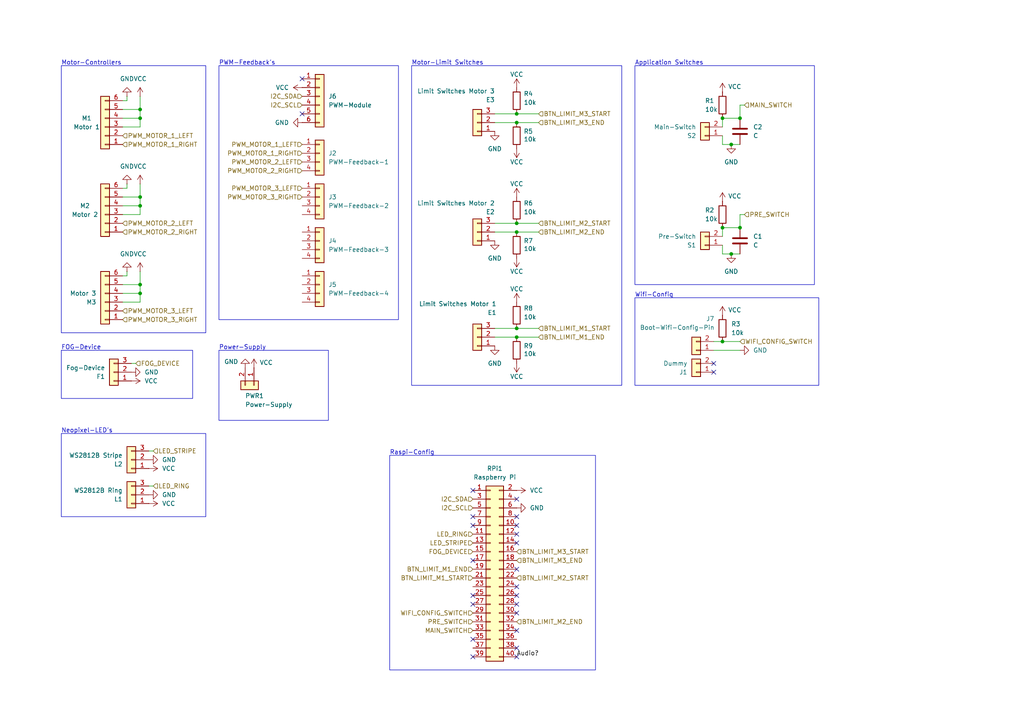
<source format=kicad_sch>
(kicad_sch (version 20250114) (generator "eeschema") (generator_version "9.0")
  (paper "A4")
  (lib_symbols
    (symbol "Connector_Generic:Conn_01x02" (pin_names (offset 1.016) (hide yes))
      (property "Reference" "J" (at 0 2.54 0))
      (property "Value" "Conn_01x02" (at 0 -5.08 0))
      (symbol "Conn_01x02_1_1"
        (rectangle (start -1.27 1.27) (end 1.27 -3.81) (stroke (width 0.254)) (fill (type background)))
        (rectangle (start -1.27 0.127) (end 0 -0.127) (stroke (width 0.1524)))
        (rectangle (start -1.27 -2.413) (end 0 -2.667) (stroke (width 0.1524)))
        (pin passive line (at -5.08 0 0) (length 3.81) (name "Pin_1") (number "1"))
        (pin passive line (at -5.08 -2.54 0) (length 3.81) (name "Pin_2") (number "2"))
      )
    )
    (symbol "Connector_Generic:Conn_01x03" (pin_names (offset 1.016) (hide yes))
      (property "Reference" "J" (at 0 5.08 0))
      (property "Value" "Conn_01x03" (at 0 -5.08 0))
      (symbol "Conn_01x03_1_1"
        (rectangle (start -1.27 3.81) (end 1.27 -3.81) (stroke (width 0.254)) (fill (type background)))
        (rectangle (start -1.27 2.667) (end 0 2.413) (stroke (width 0.1524)))
        (rectangle (start -1.27 0.127) (end 0 -0.127) (stroke (width 0.1524)))
        (rectangle (start -1.27 -2.413) (end 0 -2.667) (stroke (width 0.1524)))
        (pin passive line (at -5.08 2.54 0) (length 3.81) (name "Pin_1") (number "1"))
        (pin passive line (at -5.08 0 0) (length 3.81) (name "Pin_2") (number "2"))
        (pin passive line (at -5.08 -2.54 0) (length 3.81) (name "Pin_3") (number "3"))
      )
    )
    (symbol "Connector_Generic:Conn_01x04" (pin_names (offset 1.016) (hide yes))
      (property "Reference" "J" (at 0 5.08 0))
      (property "Value" "Conn_01x04" (at 0 -7.62 0))
      (symbol "Conn_01x04_1_1"
        (rectangle (start -1.27 3.81) (end 1.27 -6.35) (stroke (width 0.254)) (fill (type background)))
        (rectangle (start -1.27 2.667) (end 0 2.413) (stroke (width 0.1524)))
        (rectangle (start -1.27 0.127) (end 0 -0.127) (stroke (width 0.1524)))
        (rectangle (start -1.27 -2.413) (end 0 -2.667) (stroke (width 0.1524)))
        (rectangle (start -1.27 -4.953) (end 0 -5.207) (stroke (width 0.1524)))
        (pin passive line (at -5.08 2.54 0) (length 3.81) (name "Pin_1") (number "1"))
        (pin passive line (at -5.08 0 0) (length 3.81) (name "Pin_2") (number "2"))
        (pin passive line (at -5.08 -2.54 0) (length 3.81) (name "Pin_3") (number "3"))
        (pin passive line (at -5.08 -5.08 0) (length 3.81) (name "Pin_4") (number "4"))
      )
    )
    (symbol "Connector_Generic:Conn_01x06" (pin_names (offset 1.016) (hide yes))
      (property "Reference" "J" (at 0 7.62 0))
      (property "Value" "Conn_01x06" (at 0 -10.16 0))
      (symbol "Conn_01x06_1_1"
        (rectangle (start -1.27 6.35) (end 1.27 -8.89) (stroke (width 0.254)) (fill (type background)))
        (rectangle (start -1.27 5.207) (end 0 4.953) (stroke (width 0.1524)))
        (rectangle (start -1.27 2.667) (end 0 2.413) (stroke (width 0.1524)))
        (rectangle (start -1.27 0.127) (end 0 -0.127) (stroke (width 0.1524)))
        (rectangle (start -1.27 -2.413) (end 0 -2.667) (stroke (width 0.1524)))
        (rectangle (start -1.27 -4.953) (end 0 -5.207) (stroke (width 0.1524)))
        (rectangle (start -1.27 -7.493) (end 0 -7.747) (stroke (width 0.1524)))
        (pin passive line (at -5.08 5.08 0) (length 3.81) (name "Pin_1") (number "1"))
        (pin passive line (at -5.08 2.54 0) (length 3.81) (name "Pin_2") (number "2"))
        (pin passive line (at -5.08 0 0) (length 3.81) (name "Pin_3") (number "3"))
        (pin passive line (at -5.08 -2.54 0) (length 3.81) (name "Pin_4") (number "4"))
        (pin passive line (at -5.08 -5.08 0) (length 3.81) (name "Pin_5") (number "5"))
        (pin passive line (at -5.08 -7.62 0) (length 3.81) (name "Pin_6") (number "6"))
      )
    )
    (symbol "Connector_Generic:Conn_02x20_Odd_Even" (pin_names (offset 1.016) (hide yes))
      (property "Reference" "J" (at 1.27 25.4 0))
      (property "Value" "Conn_02x20_Odd_Even" (at 1.27 -27.94 0))
      (symbol "Conn_02x20_Odd_Even_1_1"
        (rectangle (start -1.27 24.13) (end 3.81 -26.67) (stroke (width 0.254)) (fill (type background)))
        (rectangle (start -1.27 22.987) (end 0 22.733) (stroke (width 0.1524)))
        (rectangle (start -1.27 20.447) (end 0 20.193) (stroke (width 0.1524)))
        (rectangle (start -1.27 17.907) (end 0 17.653) (stroke (width 0.1524)))
        (rectangle (start -1.27 15.367) (end 0 15.113) (stroke (width 0.1524)))
        (rectangle (start -1.27 12.827) (end 0 12.573) (stroke (width 0.1524)))
        (rectangle (start -1.27 10.287) (end 0 10.033) (stroke (width 0.1524)))
        (rectangle (start -1.27 7.747) (end 0 7.493) (stroke (width 0.1524)))
        (rectangle (start -1.27 5.207) (end 0 4.953) (stroke (width 0.1524)))
        (rectangle (start -1.27 2.667) (end 0 2.413) (stroke (width 0.1524)))
        (rectangle (start -1.27 0.127) (end 0 -0.127) (stroke (width 0.1524)))
        (rectangle (start -1.27 -2.413) (end 0 -2.667) (stroke (width 0.1524)))
        (rectangle (start -1.27 -4.953) (end 0 -5.207) (stroke (width 0.1524)))
        (rectangle (start -1.27 -7.493) (end 0 -7.747) (stroke (width 0.1524)))
        (rectangle (start -1.27 -10.033) (end 0 -10.287) (stroke (width 0.1524)))
        (rectangle (start -1.27 -12.573) (end 0 -12.827) (stroke (width 0.1524)))
        (rectangle (start -1.27 -15.113) (end 0 -15.367) (stroke (width 0.1524)))
        (rectangle (start -1.27 -17.653) (end 0 -17.907) (stroke (width 0.1524)))
        (rectangle (start -1.27 -20.193) (end 0 -20.447) (stroke (width 0.1524)))
        (rectangle (start -1.27 -22.733) (end 0 -22.987) (stroke (width 0.1524)))
        (rectangle (start -1.27 -25.273) (end 0 -25.527) (stroke (width 0.1524)))
        (rectangle (start 3.81 22.987) (end 2.54 22.733) (stroke (width 0.1524)))
        (rectangle (start 3.81 20.447) (end 2.54 20.193) (stroke (width 0.1524)))
        (rectangle (start 3.81 17.907) (end 2.54 17.653) (stroke (width 0.1524)))
        (rectangle (start 3.81 15.367) (end 2.54 15.113) (stroke (width 0.1524)))
        (rectangle (start 3.81 12.827) (end 2.54 12.573) (stroke (width 0.1524)))
        (rectangle (start 3.81 10.287) (end 2.54 10.033) (stroke (width 0.1524)))
        (rectangle (start 3.81 7.747) (end 2.54 7.493) (stroke (width 0.1524)))
        (rectangle (start 3.81 5.207) (end 2.54 4.953) (stroke (width 0.1524)))
        (rectangle (start 3.81 2.667) (end 2.54 2.413) (stroke (width 0.1524)))
        (rectangle (start 3.81 0.127) (end 2.54 -0.127) (stroke (width 0.1524)))
        (rectangle (start 3.81 -2.413) (end 2.54 -2.667) (stroke (width 0.1524)))
        (rectangle (start 3.81 -4.953) (end 2.54 -5.207) (stroke (width 0.1524)))
        (rectangle (start 3.81 -7.493) (end 2.54 -7.747) (stroke (width 0.1524)))
        (rectangle (start 3.81 -10.033) (end 2.54 -10.287) (stroke (width 0.1524)))
        (rectangle (start 3.81 -12.573) (end 2.54 -12.827) (stroke (width 0.1524)))
        (rectangle (start 3.81 -15.113) (end 2.54 -15.367) (stroke (width 0.1524)))
        (rectangle (start 3.81 -17.653) (end 2.54 -17.907) (stroke (width 0.1524)))
        (rectangle (start 3.81 -20.193) (end 2.54 -20.447) (stroke (width 0.1524)))
        (rectangle (start 3.81 -22.733) (end 2.54 -22.987) (stroke (width 0.1524)))
        (rectangle (start 3.81 -25.273) (end 2.54 -25.527) (stroke (width 0.1524)))
        (pin passive line (at -5.08 22.86 0) (length 3.81) (name "Pin_1") (number "1"))
        (pin passive line (at -5.08 20.32 0) (length 3.81) (name "Pin_3") (number "3"))
        (pin passive line (at -5.08 17.78 0) (length 3.81) (name "Pin_5") (number "5"))
        (pin passive line (at -5.08 15.24 0) (length 3.81) (name "Pin_7") (number "7"))
        (pin passive line (at -5.08 12.7 0) (length 3.81) (name "Pin_9") (number "9"))
        (pin passive line (at -5.08 10.16 0) (length 3.81) (name "Pin_11") (number "11"))
        (pin passive line (at -5.08 7.62 0) (length 3.81) (name "Pin_13") (number "13"))
        (pin passive line (at -5.08 5.08 0) (length 3.81) (name "Pin_15") (number "15"))
        (pin passive line (at -5.08 2.54 0) (length 3.81) (name "Pin_17") (number "17"))
        (pin passive line (at -5.08 0 0) (length 3.81) (name "Pin_19") (number "19"))
        (pin passive line (at -5.08 -2.54 0) (length 3.81) (name "Pin_21") (number "21"))
        (pin passive line (at -5.08 -5.08 0) (length 3.81) (name "Pin_23") (number "23"))
        (pin passive line (at -5.08 -7.62 0) (length 3.81) (name "Pin_25") (number "25"))
        (pin passive line (at -5.08 -10.16 0) (length 3.81) (name "Pin_27") (number "27"))
        (pin passive line (at -5.08 -12.7 0) (length 3.81) (name "Pin_29") (number "29"))
        (pin passive line (at -5.08 -15.24 0) (length 3.81) (name "Pin_31") (number "31"))
        (pin passive line (at -5.08 -17.78 0) (length 3.81) (name "Pin_33") (number "33"))
        (pin passive line (at -5.08 -20.32 0) (length 3.81) (name "Pin_35") (number "35"))
        (pin passive line (at -5.08 -22.86 0) (length 3.81) (name "Pin_37") (number "37"))
        (pin passive line (at -5.08 -25.4 0) (length 3.81) (name "Pin_39") (number "39"))
        (pin passive line (at 7.62 22.86 180) (length 3.81) (name "Pin_2") (number "2"))
        (pin passive line (at 7.62 20.32 180) (length 3.81) (name "Pin_4") (number "4"))
        (pin passive line (at 7.62 17.78 180) (length 3.81) (name "Pin_6") (number "6"))
        (pin passive line (at 7.62 15.24 180) (length 3.81) (name "Pin_8") (number "8"))
        (pin passive line (at 7.62 12.7 180) (length 3.81) (name "Pin_10") (number "10"))
        (pin passive line (at 7.62 10.16 180) (length 3.81) (name "Pin_12") (number "12"))
        (pin passive line (at 7.62 7.62 180) (length 3.81) (name "Pin_14") (number "14"))
        (pin passive line (at 7.62 5.08 180) (length 3.81) (name "Pin_16") (number "16"))
        (pin passive line (at 7.62 2.54 180) (length 3.81) (name "Pin_18") (number "18"))
        (pin passive line (at 7.62 0 180) (length 3.81) (name "Pin_20") (number "20"))
        (pin passive line (at 7.62 -2.54 180) (length 3.81) (name "Pin_22") (number "22"))
        (pin passive line (at 7.62 -5.08 180) (length 3.81) (name "Pin_24") (number "24"))
        (pin passive line (at 7.62 -7.62 180) (length 3.81) (name "Pin_26") (number "26"))
        (pin passive line (at 7.62 -10.16 180) (length 3.81) (name "Pin_28") (number "28"))
        (pin passive line (at 7.62 -12.7 180) (length 3.81) (name "Pin_30") (number "30"))
        (pin passive line (at 7.62 -15.24 180) (length 3.81) (name "Pin_32") (number "32"))
        (pin passive line (at 7.62 -17.78 180) (length 3.81) (name "Pin_34") (number "34"))
        (pin passive line (at 7.62 -20.32 180) (length 3.81) (name "Pin_36") (number "36"))
        (pin passive line (at 7.62 -22.86 180) (length 3.81) (name "Pin_38") (number "38"))
        (pin passive line (at 7.62 -25.4 180) (length 3.81) (name "Pin_40") (number "40"))
      )
    )
    (symbol "Device:C" (pin_numbers (hide yes)) (pin_names (offset 0.254))
      (property "Reference" "C" (at 0.635 2.54 0))
      (property "Value" "C" (at 0.635 -2.54 0))
      (symbol "C_0_1"
        (polyline (pts (xy -2.032 0.762) (xy 2.032 0.762)) (stroke (width 0.508)))
        (polyline (pts (xy -2.032 -0.762) (xy 2.032 -0.762)) (stroke (width 0.508)))
      )
      (symbol "C_1_1"
        (pin passive line (at 0 3.81 270) (length 2.794) (name "~") (number "1"))
        (pin passive line (at 0 -3.81 90) (length 2.794) (name "~") (number "2"))
      )
    )
    (symbol "Device:R" (pin_numbers (hide yes)) (pin_names (offset 0))
      (property "Reference" "R" (at 2.032 0 90))
      (property "Value" "R" (at 0 0 90))
      (symbol "R_0_1"
        (rectangle (start -1.016 -2.54) (end 1.016 2.54) (stroke (width 0.254)))
      )
      (symbol "R_1_1"
        (pin passive line (at 0 3.81 270) (length 1.27) (name "~") (number "1"))
        (pin passive line (at 0 -3.81 90) (length 1.27) (name "~") (number "2"))
      )
    )
    (symbol "power:GND" (power) (pin_numbers (hide yes)) (pin_names (offset 0) (hide yes))
      (property "Value" "GND" (at 0 -3.81 0))
      (symbol "GND_0_1"
        (polyline (pts (xy 0 0) (xy 0 -1.27) (xy 1.27 -1.27) (xy 0 -2.54) (xy -1.27 -1.27) (xy 0 -1.27)))
      )
      (symbol "GND_1_1"
        (pin power_in line (at 0 0 270) (length 0) (name "~") (number "1"))
      )
    )
    (symbol "power:VCC" (power) (pin_numbers (hide yes)) (pin_names (offset 0) (hide yes))
      (property "Value" "VCC" (at 0 3.556 0))
      (symbol "VCC_0_1"
        (polyline (pts (xy -0.762 1.27) (xy 0 2.54)))
        (polyline (pts (xy 0 2.54) (xy 0.762 1.27)))
        (polyline (pts (xy 0 0) (xy 0 2.54)))
      )
      (symbol "VCC_1_1"
        (pin power_in line (at 0 0 90) (length 0) (name "~") (number "1"))
      )
    )
  )
  (rectangle (start 17.78 101.6) (end 55.88 115.57))
  (rectangle (start 184.15 19.05) (end 236.22 82.55))
  (rectangle (start 184.15 86.36) (end 237.49 111.76))
  (rectangle (start 17.78 19.05) (end 59.69 96.52))
  (rectangle (start 113.03 132.08) (end 172.72 194.31))
  (rectangle (start 17.78 125.73) (end 59.69 149.86))
  (rectangle (start 63.5 19.05) (end 115.57 92.71))
  (rectangle (start 63.5 101.6) (end 95.25 121.92))
  (rectangle (start 119.38 19.05) (end 180.34 111.76))
  (text "Neopixel-LED's" (at 17.78 125.73 0) (effects (font (size 1.27 1.27)) (justify left bottom)))
  (text "FOG-Device" (at 17.78 101.6 0) (effects (font (size 1.27 1.27)) (justify left bottom)))
  (text "Power-Supply" (at 63.5 101.6 0) (effects (font (size 1.27 1.27)) (justify left bottom)))
  (text "Motor-Limit Switches" (at 119.38 19.05 0) (effects (font (size 1.27 1.27)) (justify left bottom)))
  (text "Raspi-Config" (at 113.03 132.08 0) (effects (font (size 1.27 1.27)) (justify left bottom)))
  (text "PWM-Feedback's" (at 63.5 19.05 0) (effects (font (size 1.27 1.27)) (justify left bottom)))
  (text "Motor-Controllers" (at 17.78 19.05 0) (effects (font (size 1.27 1.27)) (justify left bottom)))
  (text "Wifi-Config" (at 184.15 86.36 0) (effects (font (size 1.27 1.27)) (justify left bottom)))
  (text "Application Switches" (at 184.15 19.05 0) (effects (font (size 1.27 1.27)) (justify left bottom)))
  (junction (at 214.63 34.29))
  (junction (at 209.55 99.06))
  (junction (at 149.86 97.79))
  (junction (at 209.55 34.29))
  (junction (at 40.64 82.55))
  (junction (at 149.86 35.56))
  (junction (at 149.86 64.77))
  (junction (at 212.09 73.66))
  (junction (at 40.64 57.15))
  (junction (at 40.64 59.69))
  (junction (at 149.86 67.31))
  (junction (at 214.63 66.04))
  (junction (at 149.86 33.02))
  (junction (at 209.55 66.04))
  (junction (at 212.09 41.91))
  (junction (at 149.86 95.25))
  (junction (at 40.64 31.75))
  (junction (at 40.64 34.29))
  (junction (at 40.64 85.09))
  (no_connect (at 137.16 142.24))
  (no_connect (at 149.86 187.96))
  (no_connect (at 137.16 190.5))
  (no_connect (at 137.16 162.56))
  (no_connect (at 149.86 177.8))
  (no_connect (at 207.01 105.41))
  (no_connect (at 149.86 154.94))
  (no_connect (at 137.16 175.26))
  (no_connect (at 137.16 152.4))
  (no_connect (at 137.16 149.86))
  (no_connect (at 149.86 182.88))
  (no_connect (at 149.86 172.72))
  (no_connect (at 149.86 190.5))
  (no_connect (at 149.86 157.48))
  (no_connect (at 149.86 144.78))
  (no_connect (at 207.01 107.95))
  (no_connect (at 149.86 165.1))
  (no_connect (at 87.63 22.86))
  (no_connect (at 149.86 175.26))
  (no_connect (at 149.86 170.18))
  (no_connect (at 149.86 149.86))
  (no_connect (at 87.63 33.02))
  (no_connect (at 149.86 152.4))
  (no_connect (at 137.16 185.42))
  (no_connect (at 137.16 172.72))
  (wire (pts (xy 214.63 30.48) (xy 214.63 34.29)))
  (wire (pts (xy 212.09 73.66) (xy 214.63 73.66)))
  (wire (pts (xy 209.55 68.58) (xy 209.55 66.04)))
  (wire (pts (xy 209.55 73.66) (xy 212.09 73.66)))
  (wire (pts (xy 40.64 78.74) (xy 40.64 82.55)))
  (wire (pts (xy 214.63 62.23) (xy 214.63 66.04)))
  (wire (pts (xy 40.64 82.55) (xy 35.56 82.55)))
  (wire (pts (xy 36.83 29.21) (xy 35.56 29.21)))
  (wire (pts (xy 40.64 34.29) (xy 40.64 31.75)))
  (wire (pts (xy 40.64 36.83) (xy 40.64 34.29)))
  (wire (pts (xy 44.45 130.81) (xy 43.18 130.81)))
  (wire (pts (xy 149.86 35.56) (xy 156.21 35.56)))
  (wire (pts (xy 212.09 41.91) (xy 214.63 41.91)))
  (wire (pts (xy 35.56 85.09) (xy 40.64 85.09)))
  (wire (pts (xy 149.86 95.25) (xy 156.21 95.25)))
  (wire (pts (xy 40.64 53.34) (xy 40.64 57.15)))
  (wire (pts (xy 143.51 67.31) (xy 149.86 67.31)))
  (wire (pts (xy 209.55 71.12) (xy 209.55 73.66)))
  (wire (pts (xy 143.51 97.79) (xy 149.86 97.79)))
  (wire (pts (xy 149.86 97.79) (xy 156.21 97.79)))
  (wire (pts (xy 209.55 34.29) (xy 214.63 34.29)))
  (wire (pts (xy 207.01 99.06) (xy 209.55 99.06)))
  (wire (pts (xy 207.01 101.6) (xy 214.63 101.6)))
  (wire (pts (xy 209.55 66.04) (xy 214.63 66.04)))
  (wire (pts (xy 40.64 59.69) (xy 40.64 57.15)))
  (wire (pts (xy 149.86 33.02) (xy 156.21 33.02)))
  (wire (pts (xy 40.64 62.23) (xy 40.64 59.69)))
  (wire (pts (xy 40.64 31.75) (xy 35.56 31.75)))
  (wire (pts (xy 143.51 33.02) (xy 149.86 33.02)))
  (wire (pts (xy 39.37 105.41) (xy 38.1 105.41)))
  (wire (pts (xy 209.55 41.91) (xy 212.09 41.91)))
  (wire (pts (xy 35.56 36.83) (xy 40.64 36.83)))
  (wire (pts (xy 40.64 57.15) (xy 35.56 57.15)))
  (wire (pts (xy 36.83 54.61) (xy 35.56 54.61)))
  (wire (pts (xy 43.18 140.97) (xy 44.45 140.97)))
  (wire (pts (xy 40.64 87.63) (xy 40.64 85.09)))
  (wire (pts (xy 36.83 80.01) (xy 35.56 80.01)))
  (wire (pts (xy 143.51 35.56) (xy 149.86 35.56)))
  (wire (pts (xy 215.9 62.23) (xy 214.63 62.23)))
  (wire (pts (xy 35.56 34.29) (xy 40.64 34.29)))
  (wire (pts (xy 36.83 78.74) (xy 36.83 80.01)))
  (wire (pts (xy 215.9 30.48) (xy 214.63 30.48)))
  (wire (pts (xy 40.64 85.09) (xy 40.64 82.55)))
  (wire (pts (xy 35.56 62.23) (xy 40.64 62.23)))
  (wire (pts (xy 143.51 64.77) (xy 149.86 64.77)))
  (wire (pts (xy 209.55 36.83) (xy 209.55 34.29)))
  (wire (pts (xy 36.83 27.94) (xy 36.83 29.21)))
  (wire (pts (xy 209.55 99.06) (xy 214.63 99.06)))
  (wire (pts (xy 143.51 95.25) (xy 149.86 95.25)))
  (wire (pts (xy 149.86 64.77) (xy 156.21 64.77)))
  (wire (pts (xy 209.55 39.37) (xy 209.55 41.91)))
  (wire (pts (xy 35.56 59.69) (xy 40.64 59.69)))
  (wire (pts (xy 36.83 53.34) (xy 36.83 54.61)))
  (wire (pts (xy 40.64 27.94) (xy 40.64 31.75)))
  (wire (pts (xy 149.86 67.31) (xy 156.21 67.31)))
  (wire (pts (xy 35.56 87.63) (xy 40.64 87.63)))
  (label "Audio?" (at 149.86 190.5 0))
  (hierarchical_label "PWM_MOTOR_2_LEFT" (shape input) (at 87.63 46.99 180))
  (hierarchical_label "BTN_LIMIT_M2_START" (shape input) (at 156.21 64.77 0))
  (hierarchical_label "PWM_MOTOR_1_RIGHT" (shape input) (at 35.56 41.91 0))
  (hierarchical_label "BTN_LIMIT_M1_START" (shape input) (at 156.21 95.25 0))
  (hierarchical_label "PWM_MOTOR_2_LEFT" (shape input) (at 35.56 64.77 0))
  (hierarchical_label "FOG_DEVICE" (shape input) (at 39.37 105.41 0))
  (hierarchical_label "PRE_SWITCH" (shape input) (at 215.9 62.23 0))
  (hierarchical_label "LED_RING" (shape input) (at 137.16 154.94 180))
  (hierarchical_label "PWM_MOTOR_2_RIGHT" (shape input) (at 87.63 49.53 180))
  (hierarchical_label "I2C_SDA" (shape input) (at 87.63 27.94 180))
  (hierarchical_label "I2C_SDA" (shape input) (at 137.16 144.78 180))
  (hierarchical_label "BTN_LIMIT_M2_START" (shape input) (at 149.86 167.64 0))
  (hierarchical_label "FOG_DEVICE" (shape input) (at 137.16 160.02 180))
  (hierarchical_label "BTN_LIMIT_M1_START" (shape input) (at 137.16 167.64 180))
  (hierarchical_label "I2C_SCL" (shape input) (at 137.16 147.32 180))
  (hierarchical_label "WIFI_CONFIG_SWITCH" (shape input) (at 137.16 177.8 180))
  (hierarchical_label "WIFI_CONFIG_SWITCH" (shape input) (at 214.63 99.06 0))
  (hierarchical_label "BTN_LIMIT_M3_END" (shape input) (at 149.86 162.56 0))
  (hierarchical_label "PWM_MOTOR_1_LEFT" (shape input) (at 87.63 41.91 180))
  (hierarchical_label "BTN_LIMIT_M2_END" (shape input) (at 149.86 180.34 0))
  (hierarchical_label "PWM_MOTOR_3_RIGHT" (shape input) (at 35.56 92.71 0))
  (hierarchical_label "BTN_LIMIT_M1_END" (shape input) (at 156.21 97.79 0))
  (hierarchical_label "BTN_LIMIT_M3_START" (shape input) (at 149.86 160.02 0))
  (hierarchical_label "I2C_SCL" (shape input) (at 87.63 30.48 180))
  (hierarchical_label "PWM_MOTOR_1_LEFT" (shape input) (at 35.56 39.37 0))
  (hierarchical_label "PWM_MOTOR_3_LEFT" (shape input) (at 35.56 90.17 0))
  (hierarchical_label "BTN_LIMIT_M1_END" (shape input) (at 137.16 165.1 180))
  (hierarchical_label "BTN_LIMIT_M3_START" (shape input) (at 156.21 33.02 0))
  (hierarchical_label "LED_STRIPE" (shape input) (at 137.16 157.48 180))
  (hierarchical_label "MAIN_SWITCH" (shape input) (at 215.9 30.48 0))
  (hierarchical_label "MAIN_SWITCH" (shape input) (at 137.16 182.88 180))
  (hierarchical_label "LED_RING" (shape input) (at 44.45 140.97 0))
  (hierarchical_label "PRE_SWITCH" (shape input) (at 137.16 180.34 180))
  (hierarchical_label "BTN_LIMIT_M3_END" (shape input) (at 156.21 35.56 0))
  (hierarchical_label "PWM_MOTOR_2_RIGHT" (shape input) (at 35.56 67.31 0))
  (hierarchical_label "PWM_MOTOR_3_RIGHT" (shape input) (at 87.63 57.15 180))
  (hierarchical_label "BTN_LIMIT_M2_END" (shape input) (at 156.21 67.31 0))
  (hierarchical_label "PWM_MOTOR_1_RIGHT" (shape input) (at 87.63 44.45 180))
  (hierarchical_label "LED_STRIPE" (shape input) (at 44.45 130.81 0))
  (hierarchical_label "PWM_MOTOR_3_LEFT" (shape input) (at 87.63 54.61 180))
  (symbol (lib_id "power:GND") (at 38.1 107.95 90) (unit 1)
    (property "Reference" "#PWR03" (effects (hide yes)))
    (property "Value" "GND" (at 41.91 107.9501 90) (effects (justify right)))
    (property "Description" "Power symbol creates a global label with name \"GND\" , ground" (effects (hide yes)))
  )
  (symbol (lib_id "Connector_Generic:Conn_01x03") (at 138.43 97.79 180) (unit 1)
    (property "Reference" "E1" (at 144.018 90.678 0) (effects (justify left)))
    (property "Value" "Limit Switches Motor 1" (at 144.018 88.138 0) (effects (justify left)))
    (property "Footprint" "Connector_JST:JST_PH_B3B-PH-K_1x03_P2.00mm_Vertical" (effects (hide yes)))
    (property "Description" "Generic connector, single row, 01x03, script generated (kicad-library-utils/schlib/autogen/connector/)" (effects (hide yes)))
  )
  (symbol (lib_id "Connector_Generic:Conn_01x06") (at 30.48 87.63 180) (unit 1)
    (property "Reference" "M3" (at 27.94 87.6301 0) (effects (justify left)))
    (property "Value" "Motor 3" (at 27.94 85.0901 0) (effects (justify left)))
    (property "Footprint" "Connector_JST:JST_PH_B6B-PH-K_1x06_P2.00mm_Vertical" (effects (hide yes)))
    (property "Description" "Generic connector, single row, 01x06, script generated (kicad-library-utils/schlib/autogen/connector/)" (effects (hide yes)))
  )
  (symbol (lib_id "power:GND") (at 87.63 35.56 270) (unit 1)
    (property "Reference" "#PWR010" (effects (hide yes)))
    (property "Value" "GND" (at 83.82 35.5599 90) (effects (justify right)))
    (property "Description" "Power symbol creates a global label with name \"GND\" , ground" (effects (hide yes)))
  )
  (symbol (lib_id "Connector_Generic:Conn_01x02") (at 204.47 39.37 180) (unit 1)
    (property "Reference" "S2" (at 201.93 39.3701 0) (effects (justify left)))
    (property "Value" "Main-Switch" (at 201.93 36.8301 0) (effects (justify left)))
    (property "Footprint" "Connector_JST:JST_PH_B2B-PH-K_1x02_P2.00mm_Vertical" (effects (hide yes)))
    (property "Description" "Generic connector, single row, 01x02, script generated (kicad-library-utils/schlib/autogen/connector/)" (effects (hide yes)))
  )
  (symbol (lib_id "power:VCC") (at 149.86 87.63 0) (unit 1)
    (property "Reference" "#PWR030" (effects (hide yes)))
    (property "Value" "VCC" (at 149.86 83.82 0))
    (property "Description" "Power symbol creates a global label with name \"VCC\"" (effects (hide yes)))
  )
  (symbol (lib_id "Device:C") (at 214.63 38.1 0) (unit 1)
    (property "Reference" "C2" (at 218.44 36.8299 0) (effects (justify left)))
    (property "Value" "C" (at 218.44 39.3699 0) (effects (justify left)))
    (property "Footprint" "Capacitor_THT:C_Axial_L3.8mm_D2.6mm_P7.50mm_Horizontal" (effects (hide yes)))
    (property "Description" "Unpolarized capacitor" (effects (hide yes)))
  )
  (symbol (lib_id "power:GND") (at 212.09 41.91 0) (unit 1)
    (property "Reference" "#PWR012" (effects (hide yes)))
    (property "Value" "GND" (at 212.09 46.99 0))
    (property "Description" "Power symbol creates a global label with name \"GND\" , ground" (effects (hide yes)))
  )
  (symbol (lib_id "power:VCC") (at 40.64 78.74 0) (unit 1)
    (property "Reference" "#PWR018" (effects (hide yes)))
    (property "Value" "VCC" (at 40.64 73.66 0))
    (property "Description" "Power symbol creates a global label with name \"VCC\"" (effects (hide yes)))
  )
  (symbol (lib_id "power:GND") (at 214.63 101.6 90) (unit 1)
    (property "Reference" "#PWR015" (effects (hide yes)))
    (property "Value" "GND" (at 218.44 101.5999 90) (effects (justify right)))
    (property "Description" "Power symbol creates a global label with name \"GND\" , ground" (effects (hide yes)))
  )
  (symbol (lib_id "Connector_Generic:Conn_01x06") (at 30.48 36.83 180) (unit 1)
    (property "Reference" "M1" (at 25.146 34.29 0))
    (property "Value" "Motor 1" (at 25.146 36.83 0))
    (property "Footprint" "Connector_JST:JST_PH_B6B-PH-K_1x06_P2.00mm_Vertical" (effects (hide yes)))
    (property "Description" "Generic connector, single row, 01x06, script generated (kicad-library-utils/schlib/autogen/connector/)" (effects (hide yes)))
  )
  (symbol (lib_id "power:VCC") (at 149.86 142.24 270) (unit 1)
    (property "Reference" "#PWR033" (effects (hide yes)))
    (property "Value" "VCC" (at 153.67 142.2401 90) (effects (justify left)))
    (property "Description" "Power symbol creates a global label with name \"VCC\"" (effects (hide yes)))
  )
  (symbol (lib_id "Connector_Generic:Conn_01x03") (at 138.43 67.31 180) (unit 1)
    (property "Reference" "E2" (at 143.51 61.468 0) (effects (justify left)))
    (property "Value" "Limit Switches Motor 2" (at 143.51 58.928 0) (effects (justify left)))
    (property "Footprint" "Connector_JST:JST_PH_B3B-PH-K_1x03_P2.00mm_Vertical" (effects (hide yes)))
    (property "Description" "Generic connector, single row, 01x03, script generated (kicad-library-utils/schlib/autogen/connector/)" (effects (hide yes)))
  )
  (symbol (lib_id "power:VCC") (at 149.86 57.15 0) (unit 1)
    (property "Reference" "#PWR028" (effects (hide yes)))
    (property "Value" "VCC" (at 149.86 53.34 0))
    (property "Description" "Power symbol creates a global label with name \"VCC\"" (effects (hide yes)))
  )
  (symbol (lib_id "power:VCC") (at 149.86 25.4 0) (unit 1)
    (property "Reference" "#PWR026" (effects (hide yes)))
    (property "Value" "VCC" (at 149.86 21.59 0))
    (property "Description" "Power symbol creates a global label with name \"VCC\"" (effects (hide yes)))
  )
  (symbol (lib_id "power:GND") (at 149.86 147.32 90) (unit 1)
    (property "Reference" "#PWR032" (effects (hide yes)))
    (property "Value" "GND" (at 153.67 147.3201 90) (effects (justify right)))
    (property "Description" "Power symbol creates a global label with name \"GND\" , ground" (effects (hide yes)))
  )
  (symbol (lib_id "power:VCC") (at 87.63 25.4 90) (unit 1)
    (property "Reference" "#PWR09" (effects (hide yes)))
    (property "Value" "VCC" (at 83.82 25.3999 90) (effects (justify left)))
    (property "Description" "Power symbol creates a global label with name \"VCC\"" (effects (hide yes)))
  )
  (symbol (lib_id "Connector_Generic:Conn_01x04") (at 92.71 57.15 0) (unit 1)
    (property "Reference" "J3" (at 95.25 57.1499 0) (effects (justify left)))
    (property "Value" "PWM-Feedback-2" (at 95.25 59.6899 0) (effects (justify left)))
    (property "Footprint" "Connector_JST:JST_PH_S4B-PH-K_1x04_P2.00mm_Horizontal" (effects (hide yes)))
    (property "Description" "Generic connector, single row, 01x04, script generated (kicad-library-utils/schlib/autogen/connector/)" (effects (hide yes)))
  )
  (symbol (lib_id "power:GND") (at 212.09 73.66 0) (unit 1)
    (property "Reference" "#PWR011" (effects (hide yes)))
    (property "Value" "GND" (at 212.09 78.74 0))
    (property "Description" "Power symbol creates a global label with name \"GND\" , ground" (effects (hide yes)))
  )
  (symbol (lib_id "Device:R") (at 209.55 62.23 180) (unit 1)
    (property "Reference" "R2" (at 204.47 60.96 0) (effects (justify right)))
    (property "Value" "10k" (at 204.47 63.5 0) (effects (justify right)))
    (property "Footprint" "Resistor_THT:R_Axial_DIN0207_L6.3mm_D2.5mm_P10.16mm_Horizontal" (effects (hide yes)))
    (property "Description" "Resistor" (effects (hide yes)))
  )
  (symbol (lib_id "power:GND") (at 36.83 53.34 180) (unit 1)
    (property "Reference" "#PWR019" (effects (hide yes)))
    (property "Value" "GND" (at 36.83 48.26 0))
    (property "Description" "Power symbol creates a global label with name \"GND\" , ground" (effects (hide yes)))
  )
  (symbol (lib_id "Device:R") (at 149.86 91.44 180) (unit 1)
    (property "Reference" "R8" (at 151.892 89.408 0) (effects (justify right)))
    (property "Value" "10k" (at 151.892 91.948 0) (effects (justify right)))
    (property "Footprint" "Resistor_THT:R_Axial_DIN0207_L6.3mm_D2.5mm_P10.16mm_Horizontal" (effects (hide yes)))
    (property "Description" "Resistor" (effects (hide yes)))
  )
  (symbol (lib_id "power:VCC") (at 149.86 74.93 180) (unit 1)
    (property "Reference" "#PWR029" (effects (hide yes)))
    (property "Value" "VCC" (at 149.86 78.74 0))
    (property "Description" "Power symbol creates a global label with name \"VCC\"" (effects (hide yes)))
  )
  (symbol (lib_id "Connector_Generic:Conn_01x03") (at 38.1 133.35 180) (unit 1)
    (property "Reference" "L2" (at 35.56 134.6201 0) (effects (justify left)))
    (property "Value" "WS2812B Stripe" (at 35.56 132.0801 0) (effects (justify left)))
    (property "Footprint" "Connector_JST:JST_PH_B3B-PH-K_1x03_P2.00mm_Vertical" (effects (hide yes)))
    (property "Description" "Generic connector, single row, 01x03, script generated (kicad-library-utils/schlib/autogen/connector/)" (effects (hide yes)))
  )
  (symbol (lib_id "Device:R") (at 209.55 95.25 180) (unit 1)
    (property "Reference" "R3" (at 212.09 93.9799 0) (effects (justify right)))
    (property "Value" "10k" (at 212.09 96.5199 0) (effects (justify right)))
    (property "Footprint" "Resistor_THT:R_Axial_DIN0207_L6.3mm_D2.5mm_P10.16mm_Horizontal" (effects (hide yes)))
    (property "Description" "Resistor" (effects (hide yes)))
  )
  (symbol (lib_id "power:GND") (at 143.51 38.1 0) (unit 1)
    (property "Reference" "#PWR023" (effects (hide yes)))
    (property "Value" "GND" (at 143.51 43.18 0))
    (property "Description" "Power symbol creates a global label with name \"GND\" , ground" (effects (hide yes)))
  )
  (symbol (lib_id "Connector_Generic:Conn_01x02") (at 201.93 107.95 180) (unit 1)
    (property "Reference" "J1" (at 199.39 107.9501 0) (effects (justify left)))
    (property "Value" "Dummy" (at 199.39 105.4101 0) (effects (justify left)))
    (property "Footprint" "Connector_PinSocket_2.54mm:PinSocket_1x02_P2.54mm_Vertical" (effects (hide yes)))
    (property "Description" "Generic connector, single row, 01x02, script generated (kicad-library-utils/schlib/autogen/connector/)" (effects (hide yes)))
  )
  (symbol (lib_id "Device:R") (at 149.86 29.21 180) (unit 1)
    (property "Reference" "R4" (at 151.892 27.178 0) (effects (justify right)))
    (property "Value" "10k" (at 151.892 29.718 0) (effects (justify right)))
    (property "Footprint" "Resistor_THT:R_Axial_DIN0207_L6.3mm_D2.5mm_P10.16mm_Horizontal" (effects (hide yes)))
    (property "Description" "Resistor" (effects (hide yes)))
  )
  (symbol (lib_id "Connector_Generic:Conn_01x03") (at 38.1 143.51 180) (unit 1)
    (property "Reference" "L1" (at 35.56 144.7801 0) (effects (justify left)))
    (property "Value" "WS2812B Ring" (at 35.56 142.2401 0) (effects (justify left)))
    (property "Footprint" "Connector_JST:JST_PH_B3B-PH-K_1x03_P2.00mm_Vertical" (effects (hide yes)))
    (property "Description" "Generic connector, single row, 01x03, script generated (kicad-library-utils/schlib/autogen/connector/)" (effects (hide yes)))
  )
  (symbol (lib_id "Connector_Generic:Conn_01x06") (at 92.71 27.94 0) (unit 1)
    (property "Reference" "J6" (at 95.25 27.9399 0) (effects (justify left)))
    (property "Value" "PWM-Module" (at 95.25 30.4799 0) (effects (justify left)))
    (property "Footprint" "Connector_JST:JST_PH_S6B-PH-K_1x06_P2.00mm_Horizontal" (effects (hide yes)))
    (property "Description" "Generic connector, single row, 01x06, script generated (kicad-library-utils/schlib/autogen/connector/)" (effects (hide yes)))
  )
  (symbol (lib_id "power:VCC") (at 149.86 43.18 180) (unit 1)
    (property "Reference" "#PWR027" (effects (hide yes)))
    (property "Value" "VCC" (at 149.86 46.99 0))
    (property "Description" "Power symbol creates a global label with name \"VCC\"" (effects (hide yes)))
  )
  (symbol (lib_id "power:VCC") (at 149.86 105.41 180) (unit 1)
    (property "Reference" "#PWR031" (effects (hide yes)))
    (property "Value" "VCC" (at 149.86 109.22 0))
    (property "Description" "Power symbol creates a global label with name \"VCC\"" (effects (hide yes)))
  )
  (symbol (lib_id "power:VCC") (at 209.55 58.42 0) (unit 1)
    (property "Reference" "#PWR014" (effects (hide yes)))
    (property "Value" "VCC" (at 213.106 56.896 0))
    (property "Description" "Power symbol creates a global label with name \"VCC\"" (effects (hide yes)))
  )
  (symbol (lib_id "Connector_Generic:Conn_01x03") (at 138.43 35.56 180) (unit 1)
    (property "Reference" "E3" (at 143.51 28.956 0) (effects (justify left)))
    (property "Value" "Limit Switches Motor 3" (at 143.51 26.416 0) (effects (justify left)))
    (property "Footprint" "Connector_JST:JST_PH_B3B-PH-K_1x03_P2.00mm_Vertical" (effects (hide yes)))
    (property "Description" "Generic connector, single row, 01x03, script generated (kicad-library-utils/schlib/autogen/connector/)" (effects (hide yes)))
  )
  (symbol (lib_id "power:GND") (at 143.51 69.85 0) (unit 1)
    (property "Reference" "#PWR024" (effects (hide yes)))
    (property "Value" "GND" (at 143.51 74.93 0))
    (property "Description" "Power symbol creates a global label with name \"GND\" , ground" (effects (hide yes)))
  )
  (symbol (lib_id "Connector_Generic:Conn_01x02") (at 204.47 71.12 180) (unit 1)
    (property "Reference" "S1" (at 201.93 71.1201 0) (effects (justify left)))
    (property "Value" "Pre-Switch" (at 201.93 68.5801 0) (effects (justify left)))
    (property "Footprint" "Connector_JST:JST_PH_B2B-PH-K_1x02_P2.00mm_Vertical" (effects (hide yes)))
    (property "Description" "Generic connector, single row, 01x02, script generated (kicad-library-utils/schlib/autogen/connector/)" (effects (hide yes)))
  )
  (symbol (lib_id "Device:R") (at 149.86 60.96 180) (unit 1)
    (property "Reference" "R6" (at 151.892 58.928 0) (effects (justify right)))
    (property "Value" "10k" (at 151.892 61.468 0) (effects (justify right)))
    (property "Footprint" "Resistor_THT:R_Axial_DIN0207_L6.3mm_D2.5mm_P10.16mm_Horizontal" (effects (hide yes)))
    (property "Description" "Resistor" (effects (hide yes)))
  )
  (symbol (lib_id "power:VCC") (at 209.55 26.67 0) (unit 1)
    (property "Reference" "#PWR013" (effects (hide yes)))
    (property "Value" "VCC" (at 213.106 25.146 0))
    (property "Description" "Power symbol creates a global label with name \"VCC\"" (effects (hide yes)))
  )
  (symbol (lib_id "Connector_Generic:Conn_01x02") (at 201.93 101.6 180) (unit 1)
    (property "Reference" "J7" (at 205.994 92.456 0))
    (property "Value" "Boot-Wifi-Config-Pin" (at 207.264 94.996 0) (effects (justify left)))
    (property "Footprint" "Connector_PinSocket_2.54mm:PinSocket_1x02_P2.54mm_Vertical" (effects (hide yes)))
    (property "Description" "Generic connector, single row, 01x02, script generated (kicad-library-utils/schlib/autogen/connector/)" (effects (hide yes)))
  )
  (symbol (lib_id "power:GND") (at 71.12 106.68 180) (unit 1)
    (property "Reference" "#PWR02" (effects (hide yes)))
    (property "Value" "GND" (at 67.056 104.902 0))
    (property "Description" "Power symbol creates a global label with name \"GND\" , ground" (effects (hide yes)))
  )
  (symbol (lib_id "power:VCC") (at 40.64 27.94 0) (unit 1)
    (property "Reference" "#PWR022" (effects (hide yes)))
    (property "Value" "VCC" (at 40.64 22.86 0))
    (property "Description" "Power symbol creates a global label with name \"VCC\"" (effects (hide yes)))
  )
  (symbol (lib_id "Connector_Generic:Conn_01x06") (at 30.48 62.23 180) (unit 1)
    (property "Reference" "M2" (at 24.638 59.69 0))
    (property "Value" "Motor 2" (at 24.638 62.23 0))
    (property "Footprint" "Connector_JST:JST_PH_B6B-PH-K_1x06_P2.00mm_Vertical" (effects (hide yes)))
    (property "Description" "Generic connector, single row, 01x06, script generated (kicad-library-utils/schlib/autogen/connector/)" (effects (hide yes)))
  )
  (symbol (lib_id "Connector_Generic:Conn_01x02") (at 73.66 111.76 270) (unit 1)
    (property "Reference" "PWR1" (at 71.12 114.808 90) (effects (justify left)))
    (property "Value" "Power-Supply" (at 71.12 117.348 90) (effects (justify left)))
    (property "Footprint" "Connector_JST:JST_PH_S2B-PH-K_1x02_P2.00mm_Horizontal" (effects (hide yes)))
    (property "Description" "Generic connector, single row, 01x02, script generated (kicad-library-utils/schlib/autogen/connector/)" (effects (hide yes)))
  )
  (symbol (lib_id "Connector_Generic:Conn_01x04") (at 92.71 69.85 0) (unit 1)
    (property "Reference" "J4" (at 95.25 69.8499 0) (effects (justify left)))
    (property "Value" "PWM-Feedback-3" (at 95.25 72.3899 0) (effects (justify left)))
    (property "Footprint" "Connector_JST:JST_PH_S4B-PH-K_1x04_P2.00mm_Horizontal" (effects (hide yes)))
    (property "Description" "Generic connector, single row, 01x04, script generated (kicad-library-utils/schlib/autogen/connector/)" (effects (hide yes)))
  )
  (symbol (lib_id "Device:C") (at 214.63 69.85 0) (unit 1)
    (property "Reference" "C1" (at 218.44 68.5799 0) (effects (justify left)))
    (property "Value" "C" (at 218.44 71.1199 0) (effects (justify left)))
    (property "Footprint" "Capacitor_THT:C_Axial_L3.8mm_D2.6mm_P7.50mm_Horizontal" (effects (hide yes)))
    (property "Description" "Unpolarized capacitor" (effects (hide yes)))
  )
  (symbol (lib_id "Connector_Generic:Conn_01x03") (at 33.02 107.95 180) (unit 1)
    (property "Reference" "F1" (at 30.48 109.2201 0) (effects (justify left)))
    (property "Value" "Fog-Device" (at 30.48 106.6801 0) (effects (justify left)))
    (property "Footprint" "Connector_JST:JST_PH_B3B-PH-K_1x03_P2.00mm_Vertical" (effects (hide yes)))
    (property "Description" "Generic connector, single row, 01x03, script generated (kicad-library-utils/schlib/autogen/connector/)" (effects (hide yes)))
  )
  (symbol (lib_id "power:GND") (at 36.83 78.74 180) (unit 1)
    (property "Reference" "#PWR017" (effects (hide yes)))
    (property "Value" "GND" (at 36.83 73.66 0))
    (property "Description" "Power symbol creates a global label with name \"GND\" , ground" (effects (hide yes)))
  )
  (symbol (lib_id "Device:R") (at 149.86 39.37 180) (unit 1)
    (property "Reference" "R5" (at 151.892 38.1 0) (effects (justify right)))
    (property "Value" "10k" (at 151.892 40.386 0) (effects (justify right)))
    (property "Footprint" "Resistor_THT:R_Axial_DIN0207_L6.3mm_D2.5mm_P10.16mm_Horizontal" (effects (hide yes)))
    (property "Description" "Resistor" (effects (hide yes)))
  )
  (symbol (lib_id "power:VCC") (at 209.55 91.44 0) (unit 1)
    (property "Reference" "#PWR016" (effects (hide yes)))
    (property "Value" "VCC" (at 213.106 89.916 0))
    (property "Description" "Power symbol creates a global label with name \"VCC\"" (effects (hide yes)))
  )
  (symbol (lib_id "Connector_Generic:Conn_01x04") (at 92.71 44.45 0) (unit 1)
    (property "Reference" "J2" (at 95.25 44.4499 0) (effects (justify left)))
    (property "Value" "PWM-Feedback-1" (at 95.25 46.9899 0) (effects (justify left)))
    (property "Footprint" "Connector_JST:JST_PH_S4B-PH-K_1x04_P2.00mm_Horizontal" (effects (hide yes)))
    (property "Description" "Generic connector, single row, 01x04, script generated (kicad-library-utils/schlib/autogen/connector/)" (effects (hide yes)))
  )
  (symbol (lib_id "Device:R") (at 149.86 101.6 180) (unit 1)
    (property "Reference" "R9" (at 151.892 100.33 0) (effects (justify right)))
    (property "Value" "10k" (at 151.892 102.616 0) (effects (justify right)))
    (property "Footprint" "Resistor_THT:R_Axial_DIN0207_L6.3mm_D2.5mm_P10.16mm_Horizontal" (effects (hide yes)))
    (property "Description" "Resistor" (effects (hide yes)))
  )
  (symbol (lib_id "Connector_Generic:Conn_02x20_Odd_Even") (at 142.24 165.1 0) (unit 1)
    (property "Reference" "RPi1" (at 143.51 135.89 0))
    (property "Value" "Raspberry Pi" (at 143.51 138.43 0))
    (property "Footprint" "Welti2:PinSocket_2x20_P2.54mm_Vertical_RpiPins" (effects (hide yes)))
    (property "Description" "Generic connector, double row, 02x20, odd/even pin numbering scheme (row 1 odd numbers, row 2 even numbers), script generated (kicad-library-utils/schlib/autogen/connector/)" (effects (hide yes)))
  )
  (symbol (lib_id "Device:R") (at 149.86 71.12 180) (unit 1)
    (property "Reference" "R7" (at 151.892 69.85 0) (effects (justify right)))
    (property "Value" "10k" (at 151.892 72.136 0) (effects (justify right)))
    (property "Footprint" "Resistor_THT:R_Axial_DIN0207_L6.3mm_D2.5mm_P10.16mm_Horizontal" (effects (hide yes)))
    (property "Description" "Resistor" (effects (hide yes)))
  )
  (symbol (lib_id "Device:R") (at 209.55 30.48 180) (unit 1)
    (property "Reference" "R1" (at 204.47 29.21 0) (effects (justify right)))
    (property "Value" "10k" (at 204.47 31.75 0) (effects (justify right)))
    (property "Footprint" "Resistor_THT:R_Axial_DIN0207_L6.3mm_D2.5mm_P10.16mm_Horizontal" (effects (hide yes)))
    (property "Description" "Resistor" (effects (hide yes)))
  )
  (symbol (lib_id "power:VCC") (at 73.66 106.68 0) (unit 1)
    (property "Reference" "#PWR01" (effects (hide yes)))
    (property "Value" "VCC" (at 77.216 105.156 0))
    (property "Description" "Power symbol creates a global label with name \"VCC\"" (effects (hide yes)))
  )
  (symbol (lib_id "power:VCC") (at 43.18 135.89 270) (unit 1)
    (property "Reference" "#PWR07" (effects (hide yes)))
    (property "Value" "VCC" (at 46.99 135.8901 90) (effects (justify left)))
    (property "Description" "Power symbol creates a global label with name \"VCC\"" (effects (hide yes)))
  )
  (symbol (lib_id "power:GND") (at 43.18 133.35 90) (unit 1)
    (property "Reference" "#PWR08" (effects (hide yes)))
    (property "Value" "GND" (at 46.99 133.3501 90) (effects (justify right)))
    (property "Description" "Power symbol creates a global label with name \"GND\" , ground" (effects (hide yes)))
  )
  (symbol (lib_id "power:GND") (at 43.18 143.51 90) (unit 1)
    (property "Reference" "#PWR06" (effects (hide yes)))
    (property "Value" "GND" (at 46.99 143.5101 90) (effects (justify right)))
    (property "Description" "Power symbol creates a global label with name \"GND\" , ground" (effects (hide yes)))
  )
  (symbol (lib_id "power:VCC") (at 40.64 53.34 0) (unit 1)
    (property "Reference" "#PWR020" (effects (hide yes)))
    (property "Value" "VCC" (at 40.64 48.26 0))
    (property "Description" "Power symbol creates a global label with name \"VCC\"" (effects (hide yes)))
  )
  (symbol (lib_id "Connector_Generic:Conn_01x04") (at 92.71 82.55 0) (unit 1)
    (property "Reference" "J5" (at 95.25 82.5499 0) (effects (justify left)))
    (property "Value" "PWM-Feedback-4" (at 95.25 85.0899 0) (effects (justify left)))
    (property "Footprint" "Connector_JST:JST_PH_S4B-PH-K_1x04_P2.00mm_Horizontal" (effects (hide yes)))
    (property "Description" "Generic connector, single row, 01x04, script generated (kicad-library-utils/schlib/autogen/connector/)" (effects (hide yes)))
  )
  (symbol (lib_id "power:GND") (at 143.51 100.33 0) (unit 1)
    (property "Reference" "#PWR025" (effects (hide yes)))
    (property "Value" "GND" (at 143.51 105.41 0))
    (property "Description" "Power symbol creates a global label with name \"GND\" , ground" (effects (hide yes)))
  )
  (symbol (lib_id "power:VCC") (at 43.18 146.05 270) (unit 1)
    (property "Reference" "#PWR05" (effects (hide yes)))
    (property "Value" "VCC" (at 46.99 146.0501 90) (effects (justify left)))
    (property "Description" "Power symbol creates a global label with name \"VCC\"" (effects (hide yes)))
  )
  (symbol (lib_id "power:VCC") (at 38.1 110.49 270) (unit 1)
    (property "Reference" "#PWR04" (effects (hide yes)))
    (property "Value" "VCC" (at 41.91 110.4901 90) (effects (justify left)))
    (property "Description" "Power symbol creates a global label with name \"VCC\"" (effects (hide yes)))
  )
  (symbol (lib_id "power:GND") (at 36.83 27.94 180) (unit 1)
    (property "Reference" "#PWR021" (effects (hide yes)))
    (property "Value" "GND" (at 36.83 22.86 0))
    (property "Description" "Power symbol creates a global label with name \"GND\" , ground" (effects (hide yes)))
  )
)
</source>
